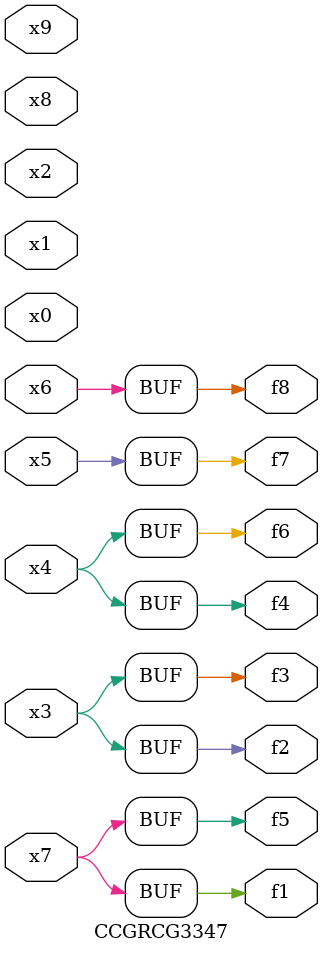
<source format=v>
module CCGRCG3347(
	input x0, x1, x2, x3, x4, x5, x6, x7, x8, x9,
	output f1, f2, f3, f4, f5, f6, f7, f8
);
	assign f1 = x7;
	assign f2 = x3;
	assign f3 = x3;
	assign f4 = x4;
	assign f5 = x7;
	assign f6 = x4;
	assign f7 = x5;
	assign f8 = x6;
endmodule

</source>
